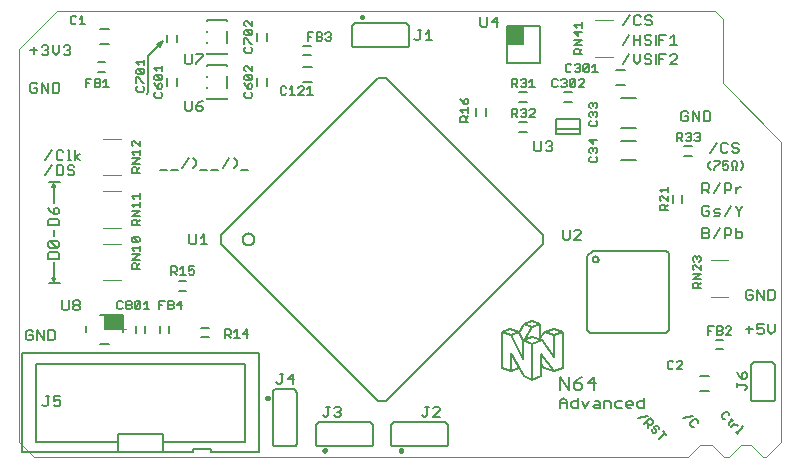
<source format=gto>
G75*
%MOIN*%
%OFA0B0*%
%FSLAX25Y25*%
%IPPOS*%
%LPD*%
%AMOC8*
5,1,8,0,0,1.08239X$1,22.5*
%
%ADD10C,0.00000*%
%ADD11C,0.00600*%
%ADD12C,0.00500*%
%ADD13C,0.00800*%
%ADD14C,0.01200*%
%ADD15C,0.00787*%
%ADD16C,0.00400*%
D10*
X0003100Y0006842D02*
X0008100Y0001842D01*
X0226100Y0001842D01*
X0230100Y0005842D01*
X0234100Y0005842D01*
X0238100Y0001842D01*
X0239600Y0001842D01*
X0243600Y0005842D01*
X0247100Y0005842D01*
X0251100Y0001842D01*
X0252100Y0001842D01*
X0257100Y0006842D01*
X0257100Y0106842D01*
X0237600Y0126342D01*
X0237600Y0147842D01*
X0235100Y0150342D01*
X0015600Y0150342D01*
X0003100Y0137842D01*
X0003100Y0006842D01*
X0037899Y0044342D02*
X0038883Y0044342D01*
D11*
X0042038Y0043092D02*
X0042038Y0045592D01*
X0045162Y0045592D02*
X0045162Y0043092D01*
X0050037Y0043092D02*
X0050037Y0045592D01*
X0053162Y0045592D02*
X0053162Y0043092D01*
X0063850Y0041780D02*
X0066350Y0041780D01*
X0066350Y0044905D02*
X0063850Y0044905D01*
X0058850Y0057280D02*
X0056350Y0057280D01*
X0056350Y0060405D02*
X0058850Y0060405D01*
X0060467Y0072642D02*
X0061601Y0072642D01*
X0062169Y0073210D01*
X0062169Y0076045D01*
X0063583Y0074911D02*
X0064717Y0076045D01*
X0064717Y0072642D01*
X0063583Y0072642D02*
X0065852Y0072642D01*
X0060467Y0072642D02*
X0059900Y0073210D01*
X0059900Y0076045D01*
X0063558Y0097575D02*
X0065827Y0097575D01*
X0067242Y0097575D02*
X0069510Y0097575D01*
X0070925Y0098142D02*
X0073193Y0101545D01*
X0074608Y0101545D02*
X0075742Y0100411D01*
X0075742Y0099277D01*
X0074608Y0098142D01*
X0077063Y0097575D02*
X0079332Y0097575D01*
X0062237Y0099277D02*
X0061103Y0098142D01*
X0062237Y0099277D02*
X0062237Y0100411D01*
X0061103Y0101545D01*
X0059688Y0101545D02*
X0057420Y0098142D01*
X0056005Y0097575D02*
X0053737Y0097575D01*
X0052322Y0097575D02*
X0050054Y0097575D01*
X0023423Y0100642D02*
X0021722Y0101777D01*
X0023423Y0102911D01*
X0021722Y0104045D02*
X0021722Y0100642D01*
X0020401Y0100642D02*
X0019266Y0100642D01*
X0019833Y0100642D02*
X0019833Y0104045D01*
X0019266Y0104045D01*
X0017852Y0103478D02*
X0017285Y0104045D01*
X0016150Y0104045D01*
X0015583Y0103478D01*
X0015583Y0101210D01*
X0016150Y0100642D01*
X0017285Y0100642D01*
X0017852Y0101210D01*
X0017285Y0099045D02*
X0015583Y0099045D01*
X0015583Y0095642D01*
X0017285Y0095642D01*
X0017852Y0096210D01*
X0017852Y0098478D01*
X0017285Y0099045D01*
X0019266Y0098478D02*
X0019266Y0097911D01*
X0019833Y0097344D01*
X0020968Y0097344D01*
X0021535Y0096777D01*
X0021535Y0096210D01*
X0020968Y0095642D01*
X0019833Y0095642D01*
X0019266Y0096210D01*
X0019266Y0098478D02*
X0019833Y0099045D01*
X0020968Y0099045D01*
X0021535Y0098478D01*
X0014169Y0099045D02*
X0011900Y0095642D01*
X0013100Y0093342D02*
X0016600Y0093342D01*
X0014600Y0092842D02*
X0015100Y0091842D01*
X0014100Y0091842D02*
X0014600Y0092842D01*
X0014600Y0086342D01*
X0015166Y0084936D02*
X0014599Y0084369D01*
X0014599Y0082667D01*
X0015733Y0082667D01*
X0016300Y0083234D01*
X0016300Y0084369D01*
X0015733Y0084936D01*
X0015166Y0084936D01*
X0013464Y0083801D02*
X0014599Y0082667D01*
X0013464Y0083801D02*
X0012897Y0084936D01*
X0013464Y0081253D02*
X0012897Y0080685D01*
X0012897Y0078984D01*
X0016300Y0078984D01*
X0016300Y0080685D01*
X0015733Y0081253D01*
X0013464Y0081253D01*
X0014599Y0077570D02*
X0014599Y0075301D01*
X0015733Y0073886D02*
X0016300Y0073319D01*
X0016300Y0072185D01*
X0015733Y0071618D01*
X0013464Y0073886D01*
X0015733Y0073886D01*
X0013464Y0073886D02*
X0012897Y0073319D01*
X0012897Y0072185D01*
X0013464Y0071618D01*
X0015733Y0071618D01*
X0015733Y0070203D02*
X0013464Y0070203D01*
X0012897Y0069636D01*
X0012897Y0067935D01*
X0016300Y0067935D01*
X0016300Y0069636D01*
X0015733Y0070203D01*
X0014600Y0066842D02*
X0014600Y0060342D01*
X0014100Y0061342D01*
X0015100Y0061342D02*
X0014600Y0060342D01*
X0013100Y0059842D02*
X0016600Y0059842D01*
X0017400Y0054045D02*
X0017400Y0051210D01*
X0017967Y0050642D01*
X0019101Y0050642D01*
X0019669Y0051210D01*
X0019669Y0054045D01*
X0021083Y0053478D02*
X0021083Y0052911D01*
X0021650Y0052344D01*
X0022785Y0052344D01*
X0023352Y0051777D01*
X0023352Y0051210D01*
X0022785Y0050642D01*
X0021650Y0050642D01*
X0021083Y0051210D01*
X0021083Y0051777D01*
X0021650Y0052344D01*
X0022785Y0052344D02*
X0023352Y0052911D01*
X0023352Y0053478D01*
X0022785Y0054045D01*
X0021650Y0054045D01*
X0021083Y0053478D01*
X0014468Y0044045D02*
X0012766Y0044045D01*
X0012766Y0040642D01*
X0014468Y0040642D01*
X0015035Y0041210D01*
X0015035Y0043478D01*
X0014468Y0044045D01*
X0011352Y0044045D02*
X0011352Y0040642D01*
X0009083Y0044045D01*
X0009083Y0040642D01*
X0007669Y0041210D02*
X0007669Y0042344D01*
X0006534Y0042344D01*
X0005400Y0043478D02*
X0005400Y0041210D01*
X0005967Y0040642D01*
X0007101Y0040642D01*
X0007669Y0041210D01*
X0007669Y0043478D02*
X0007101Y0044045D01*
X0005967Y0044045D01*
X0005400Y0043478D01*
X0012034Y0022045D02*
X0013169Y0022045D01*
X0012601Y0022045D02*
X0012601Y0019210D01*
X0012034Y0018642D01*
X0011467Y0018642D01*
X0010900Y0019210D01*
X0014583Y0019210D02*
X0015150Y0018642D01*
X0016285Y0018642D01*
X0016852Y0019210D01*
X0016852Y0020344D01*
X0016285Y0020911D01*
X0015717Y0020911D01*
X0014583Y0020344D01*
X0014583Y0022045D01*
X0016852Y0022045D01*
X0087600Y0023342D02*
X0087600Y0006342D01*
X0087602Y0006282D01*
X0087607Y0006221D01*
X0087616Y0006162D01*
X0087629Y0006103D01*
X0087645Y0006044D01*
X0087665Y0005987D01*
X0087688Y0005932D01*
X0087715Y0005877D01*
X0087744Y0005825D01*
X0087777Y0005774D01*
X0087813Y0005725D01*
X0087851Y0005679D01*
X0087893Y0005635D01*
X0087937Y0005593D01*
X0087983Y0005555D01*
X0088032Y0005519D01*
X0088083Y0005486D01*
X0088135Y0005457D01*
X0088190Y0005430D01*
X0088245Y0005407D01*
X0088302Y0005387D01*
X0088361Y0005371D01*
X0088420Y0005358D01*
X0088479Y0005349D01*
X0088540Y0005344D01*
X0088600Y0005342D01*
X0094600Y0005342D01*
X0094660Y0005344D01*
X0094721Y0005349D01*
X0094780Y0005358D01*
X0094839Y0005371D01*
X0094898Y0005387D01*
X0094955Y0005407D01*
X0095010Y0005430D01*
X0095065Y0005457D01*
X0095117Y0005486D01*
X0095168Y0005519D01*
X0095217Y0005555D01*
X0095263Y0005593D01*
X0095307Y0005635D01*
X0095349Y0005679D01*
X0095387Y0005725D01*
X0095423Y0005774D01*
X0095456Y0005825D01*
X0095485Y0005877D01*
X0095512Y0005932D01*
X0095535Y0005987D01*
X0095555Y0006044D01*
X0095571Y0006103D01*
X0095584Y0006162D01*
X0095593Y0006221D01*
X0095598Y0006282D01*
X0095600Y0006342D01*
X0095600Y0023342D01*
X0095598Y0023402D01*
X0095593Y0023463D01*
X0095584Y0023522D01*
X0095571Y0023581D01*
X0095555Y0023640D01*
X0095535Y0023697D01*
X0095512Y0023752D01*
X0095485Y0023807D01*
X0095456Y0023859D01*
X0095423Y0023910D01*
X0095387Y0023959D01*
X0095349Y0024005D01*
X0095307Y0024049D01*
X0095263Y0024091D01*
X0095217Y0024129D01*
X0095168Y0024165D01*
X0095117Y0024198D01*
X0095065Y0024227D01*
X0095010Y0024254D01*
X0094955Y0024277D01*
X0094898Y0024297D01*
X0094839Y0024313D01*
X0094780Y0024326D01*
X0094721Y0024335D01*
X0094660Y0024340D01*
X0094600Y0024342D01*
X0088600Y0024342D01*
X0088540Y0024340D01*
X0088479Y0024335D01*
X0088420Y0024326D01*
X0088361Y0024313D01*
X0088302Y0024297D01*
X0088245Y0024277D01*
X0088190Y0024254D01*
X0088135Y0024227D01*
X0088083Y0024198D01*
X0088032Y0024165D01*
X0087983Y0024129D01*
X0087937Y0024091D01*
X0087893Y0024049D01*
X0087851Y0024005D01*
X0087813Y0023959D01*
X0087777Y0023910D01*
X0087744Y0023859D01*
X0087715Y0023807D01*
X0087688Y0023752D01*
X0087665Y0023697D01*
X0087645Y0023640D01*
X0087629Y0023581D01*
X0087616Y0023522D01*
X0087607Y0023463D01*
X0087602Y0023402D01*
X0087600Y0023342D01*
X0089467Y0026142D02*
X0090034Y0026142D01*
X0090601Y0026710D01*
X0090601Y0029545D01*
X0090034Y0029545D02*
X0091169Y0029545D01*
X0092583Y0027844D02*
X0094852Y0027844D01*
X0094285Y0026142D02*
X0094285Y0029545D01*
X0092583Y0027844D01*
X0089467Y0026142D02*
X0088900Y0026710D01*
X0105534Y0018545D02*
X0106669Y0018545D01*
X0106101Y0018545D02*
X0106101Y0015710D01*
X0105534Y0015142D01*
X0104967Y0015142D01*
X0104400Y0015710D01*
X0103100Y0013342D02*
X0120100Y0013342D01*
X0120160Y0013340D01*
X0120221Y0013335D01*
X0120280Y0013326D01*
X0120339Y0013313D01*
X0120398Y0013297D01*
X0120455Y0013277D01*
X0120510Y0013254D01*
X0120565Y0013227D01*
X0120617Y0013198D01*
X0120668Y0013165D01*
X0120717Y0013129D01*
X0120763Y0013091D01*
X0120807Y0013049D01*
X0120849Y0013005D01*
X0120887Y0012959D01*
X0120923Y0012910D01*
X0120956Y0012859D01*
X0120985Y0012807D01*
X0121012Y0012752D01*
X0121035Y0012697D01*
X0121055Y0012640D01*
X0121071Y0012581D01*
X0121084Y0012522D01*
X0121093Y0012463D01*
X0121098Y0012402D01*
X0121100Y0012342D01*
X0121100Y0006342D01*
X0121098Y0006282D01*
X0121093Y0006221D01*
X0121084Y0006162D01*
X0121071Y0006103D01*
X0121055Y0006044D01*
X0121035Y0005987D01*
X0121012Y0005932D01*
X0120985Y0005877D01*
X0120956Y0005825D01*
X0120923Y0005774D01*
X0120887Y0005725D01*
X0120849Y0005679D01*
X0120807Y0005635D01*
X0120763Y0005593D01*
X0120717Y0005555D01*
X0120668Y0005519D01*
X0120617Y0005486D01*
X0120565Y0005457D01*
X0120510Y0005430D01*
X0120455Y0005407D01*
X0120398Y0005387D01*
X0120339Y0005371D01*
X0120280Y0005358D01*
X0120221Y0005349D01*
X0120160Y0005344D01*
X0120100Y0005342D01*
X0103100Y0005342D01*
X0103040Y0005344D01*
X0102979Y0005349D01*
X0102920Y0005358D01*
X0102861Y0005371D01*
X0102802Y0005387D01*
X0102745Y0005407D01*
X0102690Y0005430D01*
X0102635Y0005457D01*
X0102583Y0005486D01*
X0102532Y0005519D01*
X0102483Y0005555D01*
X0102437Y0005593D01*
X0102393Y0005635D01*
X0102351Y0005679D01*
X0102313Y0005725D01*
X0102277Y0005774D01*
X0102244Y0005825D01*
X0102215Y0005877D01*
X0102188Y0005932D01*
X0102165Y0005987D01*
X0102145Y0006044D01*
X0102129Y0006103D01*
X0102116Y0006162D01*
X0102107Y0006221D01*
X0102102Y0006282D01*
X0102100Y0006342D01*
X0102100Y0012342D01*
X0102102Y0012402D01*
X0102107Y0012463D01*
X0102116Y0012522D01*
X0102129Y0012581D01*
X0102145Y0012640D01*
X0102165Y0012697D01*
X0102188Y0012752D01*
X0102215Y0012807D01*
X0102244Y0012859D01*
X0102277Y0012910D01*
X0102313Y0012959D01*
X0102351Y0013005D01*
X0102393Y0013049D01*
X0102437Y0013091D01*
X0102483Y0013129D01*
X0102532Y0013165D01*
X0102583Y0013198D01*
X0102635Y0013227D01*
X0102690Y0013254D01*
X0102745Y0013277D01*
X0102802Y0013297D01*
X0102861Y0013313D01*
X0102920Y0013326D01*
X0102979Y0013335D01*
X0103040Y0013340D01*
X0103100Y0013342D01*
X0108083Y0015710D02*
X0108650Y0015142D01*
X0109785Y0015142D01*
X0110352Y0015710D01*
X0110352Y0016277D01*
X0109785Y0016844D01*
X0109217Y0016844D01*
X0109785Y0016844D02*
X0110352Y0017411D01*
X0110352Y0017978D01*
X0109785Y0018545D01*
X0108650Y0018545D01*
X0108083Y0017978D01*
X0127100Y0012342D02*
X0127100Y0006342D01*
X0127102Y0006282D01*
X0127107Y0006221D01*
X0127116Y0006162D01*
X0127129Y0006103D01*
X0127145Y0006044D01*
X0127165Y0005987D01*
X0127188Y0005932D01*
X0127215Y0005877D01*
X0127244Y0005825D01*
X0127277Y0005774D01*
X0127313Y0005725D01*
X0127351Y0005679D01*
X0127393Y0005635D01*
X0127437Y0005593D01*
X0127483Y0005555D01*
X0127532Y0005519D01*
X0127583Y0005486D01*
X0127635Y0005457D01*
X0127690Y0005430D01*
X0127745Y0005407D01*
X0127802Y0005387D01*
X0127861Y0005371D01*
X0127920Y0005358D01*
X0127979Y0005349D01*
X0128040Y0005344D01*
X0128100Y0005342D01*
X0145100Y0005342D01*
X0145160Y0005344D01*
X0145221Y0005349D01*
X0145280Y0005358D01*
X0145339Y0005371D01*
X0145398Y0005387D01*
X0145455Y0005407D01*
X0145510Y0005430D01*
X0145565Y0005457D01*
X0145617Y0005486D01*
X0145668Y0005519D01*
X0145717Y0005555D01*
X0145763Y0005593D01*
X0145807Y0005635D01*
X0145849Y0005679D01*
X0145887Y0005725D01*
X0145923Y0005774D01*
X0145956Y0005825D01*
X0145985Y0005877D01*
X0146012Y0005932D01*
X0146035Y0005987D01*
X0146055Y0006044D01*
X0146071Y0006103D01*
X0146084Y0006162D01*
X0146093Y0006221D01*
X0146098Y0006282D01*
X0146100Y0006342D01*
X0146100Y0012342D01*
X0146098Y0012402D01*
X0146093Y0012463D01*
X0146084Y0012522D01*
X0146071Y0012581D01*
X0146055Y0012640D01*
X0146035Y0012697D01*
X0146012Y0012752D01*
X0145985Y0012807D01*
X0145956Y0012859D01*
X0145923Y0012910D01*
X0145887Y0012959D01*
X0145849Y0013005D01*
X0145807Y0013049D01*
X0145763Y0013091D01*
X0145717Y0013129D01*
X0145668Y0013165D01*
X0145617Y0013198D01*
X0145565Y0013227D01*
X0145510Y0013254D01*
X0145455Y0013277D01*
X0145398Y0013297D01*
X0145339Y0013313D01*
X0145280Y0013326D01*
X0145221Y0013335D01*
X0145160Y0013340D01*
X0145100Y0013342D01*
X0128100Y0013342D01*
X0128040Y0013340D01*
X0127979Y0013335D01*
X0127920Y0013326D01*
X0127861Y0013313D01*
X0127802Y0013297D01*
X0127745Y0013277D01*
X0127690Y0013254D01*
X0127635Y0013227D01*
X0127583Y0013198D01*
X0127532Y0013165D01*
X0127483Y0013129D01*
X0127437Y0013091D01*
X0127393Y0013049D01*
X0127351Y0013005D01*
X0127313Y0012959D01*
X0127277Y0012910D01*
X0127244Y0012859D01*
X0127215Y0012807D01*
X0127188Y0012752D01*
X0127165Y0012697D01*
X0127145Y0012640D01*
X0127129Y0012581D01*
X0127116Y0012522D01*
X0127107Y0012463D01*
X0127102Y0012402D01*
X0127100Y0012342D01*
X0137400Y0015710D02*
X0137967Y0015142D01*
X0138534Y0015142D01*
X0139101Y0015710D01*
X0139101Y0018545D01*
X0138534Y0018545D02*
X0139669Y0018545D01*
X0141083Y0017978D02*
X0141650Y0018545D01*
X0142785Y0018545D01*
X0143352Y0017978D01*
X0143352Y0017411D01*
X0141083Y0015142D01*
X0143352Y0015142D01*
X0183400Y0018142D02*
X0183400Y0020411D01*
X0184534Y0021545D01*
X0185669Y0020411D01*
X0185669Y0018142D01*
X0187083Y0018710D02*
X0187083Y0019844D01*
X0187650Y0020411D01*
X0189352Y0020411D01*
X0189352Y0021545D02*
X0189352Y0018142D01*
X0187650Y0018142D01*
X0187083Y0018710D01*
X0185669Y0019844D02*
X0183400Y0019844D01*
X0190766Y0020411D02*
X0191901Y0018142D01*
X0193035Y0020411D01*
X0195017Y0020411D02*
X0196151Y0020411D01*
X0196718Y0019844D01*
X0196718Y0018142D01*
X0195017Y0018142D01*
X0194449Y0018710D01*
X0195017Y0019277D01*
X0196718Y0019277D01*
X0198133Y0018142D02*
X0198133Y0020411D01*
X0199834Y0020411D01*
X0200401Y0019844D01*
X0200401Y0018142D01*
X0201816Y0018710D02*
X0202383Y0018142D01*
X0204084Y0018142D01*
X0205499Y0018710D02*
X0205499Y0019844D01*
X0206066Y0020411D01*
X0207200Y0020411D01*
X0207767Y0019844D01*
X0207767Y0019277D01*
X0205499Y0019277D01*
X0205499Y0018710D02*
X0206066Y0018142D01*
X0207200Y0018142D01*
X0209182Y0018710D02*
X0209182Y0019844D01*
X0209749Y0020411D01*
X0211451Y0020411D01*
X0211451Y0021545D02*
X0211451Y0018142D01*
X0209749Y0018142D01*
X0209182Y0018710D01*
X0204084Y0020411D02*
X0202383Y0020411D01*
X0201816Y0019844D01*
X0201816Y0018710D01*
X0230100Y0023842D02*
X0233100Y0023842D01*
X0233100Y0028842D02*
X0230100Y0028842D01*
X0242397Y0030094D02*
X0242964Y0028960D01*
X0244099Y0027826D01*
X0244099Y0029527D01*
X0244666Y0030094D01*
X0245233Y0030094D01*
X0245800Y0029527D01*
X0245800Y0028393D01*
X0245233Y0027826D01*
X0244099Y0027826D01*
X0242397Y0026411D02*
X0242397Y0025277D01*
X0242397Y0025844D02*
X0245233Y0025844D01*
X0245800Y0025277D01*
X0245800Y0024710D01*
X0245233Y0024142D01*
X0247100Y0021342D02*
X0247100Y0032342D01*
X0247102Y0032402D01*
X0247107Y0032463D01*
X0247116Y0032522D01*
X0247129Y0032581D01*
X0247145Y0032640D01*
X0247165Y0032697D01*
X0247188Y0032752D01*
X0247215Y0032807D01*
X0247244Y0032859D01*
X0247277Y0032910D01*
X0247313Y0032959D01*
X0247351Y0033005D01*
X0247393Y0033049D01*
X0247437Y0033091D01*
X0247483Y0033129D01*
X0247532Y0033165D01*
X0247583Y0033198D01*
X0247635Y0033227D01*
X0247690Y0033254D01*
X0247745Y0033277D01*
X0247802Y0033297D01*
X0247861Y0033313D01*
X0247920Y0033326D01*
X0247979Y0033335D01*
X0248040Y0033340D01*
X0248100Y0033342D01*
X0254100Y0033342D01*
X0254160Y0033340D01*
X0254221Y0033335D01*
X0254280Y0033326D01*
X0254339Y0033313D01*
X0254398Y0033297D01*
X0254455Y0033277D01*
X0254510Y0033254D01*
X0254565Y0033227D01*
X0254617Y0033198D01*
X0254668Y0033165D01*
X0254717Y0033129D01*
X0254763Y0033091D01*
X0254807Y0033049D01*
X0254849Y0033005D01*
X0254887Y0032959D01*
X0254923Y0032910D01*
X0254956Y0032859D01*
X0254985Y0032807D01*
X0255012Y0032752D01*
X0255035Y0032697D01*
X0255055Y0032640D01*
X0255071Y0032581D01*
X0255084Y0032522D01*
X0255093Y0032463D01*
X0255098Y0032402D01*
X0255100Y0032342D01*
X0255100Y0021342D01*
X0255098Y0021282D01*
X0255093Y0021221D01*
X0255084Y0021162D01*
X0255071Y0021103D01*
X0255055Y0021044D01*
X0255035Y0020987D01*
X0255012Y0020932D01*
X0254985Y0020877D01*
X0254956Y0020825D01*
X0254923Y0020774D01*
X0254887Y0020725D01*
X0254849Y0020679D01*
X0254807Y0020635D01*
X0254763Y0020593D01*
X0254717Y0020555D01*
X0254668Y0020519D01*
X0254617Y0020486D01*
X0254565Y0020457D01*
X0254510Y0020430D01*
X0254455Y0020407D01*
X0254398Y0020387D01*
X0254339Y0020371D01*
X0254280Y0020358D01*
X0254221Y0020349D01*
X0254160Y0020344D01*
X0254100Y0020342D01*
X0248100Y0020342D01*
X0248040Y0020344D01*
X0247979Y0020349D01*
X0247920Y0020358D01*
X0247861Y0020371D01*
X0247802Y0020387D01*
X0247745Y0020407D01*
X0247690Y0020430D01*
X0247635Y0020457D01*
X0247583Y0020486D01*
X0247532Y0020519D01*
X0247483Y0020555D01*
X0247437Y0020593D01*
X0247393Y0020635D01*
X0247351Y0020679D01*
X0247313Y0020725D01*
X0247277Y0020774D01*
X0247244Y0020825D01*
X0247215Y0020877D01*
X0247188Y0020932D01*
X0247165Y0020987D01*
X0247145Y0021044D01*
X0247129Y0021103D01*
X0247116Y0021162D01*
X0247107Y0021221D01*
X0247102Y0021282D01*
X0247100Y0021342D01*
X0237850Y0037780D02*
X0235350Y0037780D01*
X0235350Y0040905D02*
X0237850Y0040905D01*
X0245400Y0044344D02*
X0247669Y0044344D01*
X0249083Y0044344D02*
X0250217Y0044911D01*
X0250785Y0044911D01*
X0251352Y0044344D01*
X0251352Y0043210D01*
X0250785Y0042642D01*
X0249650Y0042642D01*
X0249083Y0043210D01*
X0249083Y0044344D02*
X0249083Y0046045D01*
X0251352Y0046045D01*
X0252766Y0046045D02*
X0252766Y0043777D01*
X0253901Y0042642D01*
X0255035Y0043777D01*
X0255035Y0046045D01*
X0246534Y0045478D02*
X0246534Y0043210D01*
X0245967Y0054142D02*
X0247101Y0054142D01*
X0247669Y0054710D01*
X0247669Y0055844D01*
X0246534Y0055844D01*
X0245400Y0056978D02*
X0245400Y0054710D01*
X0245967Y0054142D01*
X0249083Y0054142D02*
X0249083Y0057545D01*
X0251352Y0054142D01*
X0251352Y0057545D01*
X0252766Y0057545D02*
X0254468Y0057545D01*
X0255035Y0056978D01*
X0255035Y0054710D01*
X0254468Y0054142D01*
X0252766Y0054142D01*
X0252766Y0057545D01*
X0247669Y0056978D02*
X0247101Y0057545D01*
X0245967Y0057545D01*
X0245400Y0056978D01*
X0219880Y0069638D02*
X0219880Y0044047D01*
X0218895Y0043063D01*
X0193305Y0043063D01*
X0192320Y0044047D01*
X0192320Y0068654D01*
X0194289Y0070622D01*
X0218895Y0070622D01*
X0219880Y0069638D01*
X0230900Y0074642D02*
X0232601Y0074642D01*
X0233169Y0075210D01*
X0233169Y0075777D01*
X0232601Y0076344D01*
X0230900Y0076344D01*
X0230900Y0078045D02*
X0230900Y0074642D01*
X0232601Y0076344D02*
X0233169Y0076911D01*
X0233169Y0077478D01*
X0232601Y0078045D01*
X0230900Y0078045D01*
X0234583Y0074642D02*
X0236852Y0078045D01*
X0238266Y0078045D02*
X0239968Y0078045D01*
X0240535Y0077478D01*
X0240535Y0076344D01*
X0239968Y0075777D01*
X0238266Y0075777D01*
X0238266Y0074642D02*
X0238266Y0078045D01*
X0241949Y0078045D02*
X0241949Y0074642D01*
X0243651Y0074642D01*
X0244218Y0075210D01*
X0244218Y0076344D01*
X0243651Y0076911D01*
X0241949Y0076911D01*
X0243084Y0082142D02*
X0243084Y0083844D01*
X0244218Y0084978D01*
X0244218Y0085545D01*
X0243084Y0083844D02*
X0241949Y0084978D01*
X0241949Y0085545D01*
X0240535Y0085545D02*
X0238266Y0082142D01*
X0236852Y0082710D02*
X0236285Y0083277D01*
X0235150Y0083277D01*
X0234583Y0083844D01*
X0235150Y0084411D01*
X0236852Y0084411D01*
X0233169Y0083844D02*
X0232034Y0083844D01*
X0233169Y0083844D02*
X0233169Y0082710D01*
X0232601Y0082142D01*
X0231467Y0082142D01*
X0230900Y0082710D01*
X0230900Y0084978D01*
X0231467Y0085545D01*
X0232601Y0085545D01*
X0233169Y0084978D01*
X0234583Y0082142D02*
X0236285Y0082142D01*
X0236852Y0082710D01*
X0224162Y0086592D02*
X0224162Y0089092D01*
X0221037Y0089092D02*
X0221037Y0086592D01*
X0230900Y0089642D02*
X0230900Y0093045D01*
X0232601Y0093045D01*
X0233169Y0092478D01*
X0233169Y0091344D01*
X0232601Y0090777D01*
X0230900Y0090777D01*
X0232034Y0090777D02*
X0233169Y0089642D01*
X0234583Y0089642D02*
X0236852Y0093045D01*
X0238266Y0093045D02*
X0239968Y0093045D01*
X0240535Y0092478D01*
X0240535Y0091344D01*
X0239968Y0090777D01*
X0238266Y0090777D01*
X0238266Y0089642D02*
X0238266Y0093045D01*
X0241949Y0091911D02*
X0241949Y0089642D01*
X0241949Y0090777D02*
X0243084Y0091911D01*
X0243651Y0091911D01*
X0227350Y0102280D02*
X0224850Y0102280D01*
X0224850Y0105405D02*
X0227350Y0105405D01*
X0233400Y0103142D02*
X0235669Y0106545D01*
X0237083Y0105978D02*
X0237083Y0103710D01*
X0237650Y0103142D01*
X0238785Y0103142D01*
X0239352Y0103710D01*
X0240766Y0103710D02*
X0241333Y0103142D01*
X0242468Y0103142D01*
X0243035Y0103710D01*
X0243035Y0104277D01*
X0242468Y0104844D01*
X0241333Y0104844D01*
X0240766Y0105411D01*
X0240766Y0105978D01*
X0241333Y0106545D01*
X0242468Y0106545D01*
X0243035Y0105978D01*
X0239352Y0105978D02*
X0238785Y0106545D01*
X0237650Y0106545D01*
X0237083Y0105978D01*
X0232968Y0113642D02*
X0231266Y0113642D01*
X0231266Y0117045D01*
X0232968Y0117045D01*
X0233535Y0116478D01*
X0233535Y0114210D01*
X0232968Y0113642D01*
X0229852Y0113642D02*
X0229852Y0117045D01*
X0227583Y0117045D02*
X0229852Y0113642D01*
X0227583Y0113642D02*
X0227583Y0117045D01*
X0226169Y0116478D02*
X0225601Y0117045D01*
X0224467Y0117045D01*
X0223900Y0116478D01*
X0223900Y0114210D01*
X0224467Y0113642D01*
X0225601Y0113642D01*
X0226169Y0114210D01*
X0226169Y0115344D01*
X0225034Y0115344D01*
X0208600Y0111342D02*
X0203600Y0111342D01*
X0203600Y0106967D02*
X0208600Y0106967D01*
X0208600Y0100717D02*
X0203600Y0100717D01*
X0190037Y0109382D02*
X0182163Y0109382D01*
X0182163Y0110974D01*
X0190037Y0110974D01*
X0190037Y0109382D01*
X0190037Y0110974D02*
X0190037Y0114303D01*
X0182163Y0114303D01*
X0182163Y0110974D01*
X0180285Y0107045D02*
X0180852Y0106478D01*
X0180852Y0105911D01*
X0180285Y0105344D01*
X0180852Y0104777D01*
X0180852Y0104210D01*
X0180285Y0103642D01*
X0179150Y0103642D01*
X0178583Y0104210D01*
X0177169Y0104210D02*
X0177169Y0107045D01*
X0178583Y0106478D02*
X0179150Y0107045D01*
X0180285Y0107045D01*
X0180285Y0105344D02*
X0179717Y0105344D01*
X0177169Y0104210D02*
X0176601Y0103642D01*
X0175467Y0103642D01*
X0174900Y0104210D01*
X0174900Y0107045D01*
X0172350Y0110280D02*
X0169850Y0110280D01*
X0169850Y0113405D02*
X0172350Y0113405D01*
X0172350Y0120280D02*
X0169850Y0120280D01*
X0169850Y0123405D02*
X0172350Y0123405D01*
X0184850Y0123405D02*
X0187350Y0123405D01*
X0187350Y0120280D02*
X0184850Y0120280D01*
X0202100Y0125842D02*
X0205100Y0125842D01*
X0203600Y0121342D02*
X0208600Y0121342D01*
X0205100Y0130842D02*
X0202100Y0130842D01*
X0204257Y0132642D02*
X0206525Y0136045D01*
X0207940Y0136045D02*
X0207940Y0133777D01*
X0209074Y0132642D01*
X0210208Y0133777D01*
X0210208Y0136045D01*
X0211623Y0135478D02*
X0211623Y0134911D01*
X0212190Y0134344D01*
X0213324Y0134344D01*
X0213891Y0133777D01*
X0213891Y0133210D01*
X0213324Y0132642D01*
X0212190Y0132642D01*
X0211623Y0133210D01*
X0215306Y0132642D02*
X0215306Y0136045D01*
X0216534Y0136045D02*
X0218802Y0136045D01*
X0220217Y0135478D02*
X0220784Y0136045D01*
X0221918Y0136045D01*
X0222485Y0135478D01*
X0222485Y0134911D01*
X0220217Y0132642D01*
X0222485Y0132642D01*
X0217668Y0134344D02*
X0216534Y0134344D01*
X0216534Y0136045D02*
X0216534Y0132642D01*
X0213891Y0135478D02*
X0213324Y0136045D01*
X0212190Y0136045D01*
X0211623Y0135478D01*
X0212190Y0139142D02*
X0211623Y0139710D01*
X0212190Y0139142D02*
X0213324Y0139142D01*
X0213891Y0139710D01*
X0213891Y0140277D01*
X0213324Y0140844D01*
X0212190Y0140844D01*
X0211623Y0141411D01*
X0211623Y0141978D01*
X0212190Y0142545D01*
X0213324Y0142545D01*
X0213891Y0141978D01*
X0215306Y0142545D02*
X0215306Y0139142D01*
X0216534Y0139142D02*
X0216534Y0142545D01*
X0218802Y0142545D01*
X0220217Y0141411D02*
X0221351Y0142545D01*
X0221351Y0139142D01*
X0220217Y0139142D02*
X0222485Y0139142D01*
X0217668Y0140844D02*
X0216534Y0140844D01*
X0213418Y0145642D02*
X0212284Y0145642D01*
X0211717Y0146210D01*
X0212284Y0147344D02*
X0213418Y0147344D01*
X0213985Y0146777D01*
X0213985Y0146210D01*
X0213418Y0145642D01*
X0212284Y0147344D02*
X0211717Y0147911D01*
X0211717Y0148478D01*
X0212284Y0149045D01*
X0213418Y0149045D01*
X0213985Y0148478D01*
X0210302Y0148478D02*
X0209735Y0149045D01*
X0208601Y0149045D01*
X0208034Y0148478D01*
X0208034Y0146210D01*
X0208601Y0145642D01*
X0209735Y0145642D01*
X0210302Y0146210D01*
X0206619Y0149045D02*
X0204351Y0145642D01*
X0206525Y0142545D02*
X0204257Y0139142D01*
X0207940Y0139142D02*
X0207940Y0142545D01*
X0207940Y0140844D02*
X0210208Y0140844D01*
X0210208Y0142545D02*
X0210208Y0139142D01*
X0162852Y0146844D02*
X0160583Y0146844D01*
X0162285Y0148545D01*
X0162285Y0145142D01*
X0159169Y0145710D02*
X0159169Y0148545D01*
X0156900Y0148545D02*
X0156900Y0145710D01*
X0157467Y0145142D01*
X0158601Y0145142D01*
X0159169Y0145710D01*
X0140852Y0140642D02*
X0138583Y0140642D01*
X0139717Y0140642D02*
X0139717Y0144045D01*
X0138583Y0142911D01*
X0137169Y0144045D02*
X0136034Y0144045D01*
X0136601Y0144045D02*
X0136601Y0141210D01*
X0136034Y0140642D01*
X0135467Y0140642D01*
X0134900Y0141210D01*
X0133100Y0139342D02*
X0133100Y0145342D01*
X0133098Y0145402D01*
X0133093Y0145463D01*
X0133084Y0145522D01*
X0133071Y0145581D01*
X0133055Y0145640D01*
X0133035Y0145697D01*
X0133012Y0145752D01*
X0132985Y0145807D01*
X0132956Y0145859D01*
X0132923Y0145910D01*
X0132887Y0145959D01*
X0132849Y0146005D01*
X0132807Y0146049D01*
X0132763Y0146091D01*
X0132717Y0146129D01*
X0132668Y0146165D01*
X0132617Y0146198D01*
X0132565Y0146227D01*
X0132510Y0146254D01*
X0132455Y0146277D01*
X0132398Y0146297D01*
X0132339Y0146313D01*
X0132280Y0146326D01*
X0132221Y0146335D01*
X0132160Y0146340D01*
X0132100Y0146342D01*
X0115100Y0146342D01*
X0115040Y0146340D01*
X0114979Y0146335D01*
X0114920Y0146326D01*
X0114861Y0146313D01*
X0114802Y0146297D01*
X0114745Y0146277D01*
X0114690Y0146254D01*
X0114635Y0146227D01*
X0114583Y0146198D01*
X0114532Y0146165D01*
X0114483Y0146129D01*
X0114437Y0146091D01*
X0114393Y0146049D01*
X0114351Y0146005D01*
X0114313Y0145959D01*
X0114277Y0145910D01*
X0114244Y0145859D01*
X0114215Y0145807D01*
X0114188Y0145752D01*
X0114165Y0145697D01*
X0114145Y0145640D01*
X0114129Y0145581D01*
X0114116Y0145522D01*
X0114107Y0145463D01*
X0114102Y0145402D01*
X0114100Y0145342D01*
X0114100Y0139342D01*
X0114102Y0139282D01*
X0114107Y0139221D01*
X0114116Y0139162D01*
X0114129Y0139103D01*
X0114145Y0139044D01*
X0114165Y0138987D01*
X0114188Y0138932D01*
X0114215Y0138877D01*
X0114244Y0138825D01*
X0114277Y0138774D01*
X0114313Y0138725D01*
X0114351Y0138679D01*
X0114393Y0138635D01*
X0114437Y0138593D01*
X0114483Y0138555D01*
X0114532Y0138519D01*
X0114583Y0138486D01*
X0114635Y0138457D01*
X0114690Y0138430D01*
X0114745Y0138407D01*
X0114802Y0138387D01*
X0114861Y0138371D01*
X0114920Y0138358D01*
X0114979Y0138349D01*
X0115040Y0138344D01*
X0115100Y0138342D01*
X0132100Y0138342D01*
X0132160Y0138344D01*
X0132221Y0138349D01*
X0132280Y0138358D01*
X0132339Y0138371D01*
X0132398Y0138387D01*
X0132455Y0138407D01*
X0132510Y0138430D01*
X0132565Y0138457D01*
X0132617Y0138486D01*
X0132668Y0138519D01*
X0132717Y0138555D01*
X0132763Y0138593D01*
X0132807Y0138635D01*
X0132849Y0138679D01*
X0132887Y0138725D01*
X0132923Y0138774D01*
X0132956Y0138825D01*
X0132985Y0138877D01*
X0133012Y0138932D01*
X0133035Y0138987D01*
X0133055Y0139044D01*
X0133071Y0139103D01*
X0133084Y0139162D01*
X0133093Y0139221D01*
X0133098Y0139282D01*
X0133100Y0139342D01*
X0100350Y0138905D02*
X0097850Y0138905D01*
X0097850Y0135780D02*
X0100350Y0135780D01*
X0100600Y0131842D02*
X0097600Y0131842D01*
X0097600Y0126842D02*
X0100600Y0126842D01*
X0085663Y0128092D02*
X0085663Y0125592D01*
X0082538Y0125592D02*
X0082538Y0128092D01*
X0072291Y0128899D02*
X0072291Y0124786D01*
X0072291Y0121616D02*
X0072291Y0121242D01*
X0065909Y0121242D01*
X0065909Y0121616D01*
X0064352Y0120545D02*
X0063217Y0119978D01*
X0062083Y0118844D01*
X0063785Y0118844D01*
X0064352Y0118277D01*
X0064352Y0117710D01*
X0063785Y0117142D01*
X0062650Y0117142D01*
X0062083Y0117710D01*
X0062083Y0118844D01*
X0060669Y0117710D02*
X0060101Y0117142D01*
X0058967Y0117142D01*
X0058400Y0117710D01*
X0058400Y0120545D01*
X0060669Y0120545D02*
X0060669Y0117710D01*
X0065909Y0124786D02*
X0065909Y0125159D01*
X0065909Y0128526D02*
X0065909Y0128899D01*
X0065909Y0132069D02*
X0065909Y0132442D01*
X0072291Y0132442D01*
X0072291Y0132069D01*
X0072291Y0136242D02*
X0065909Y0136242D01*
X0065909Y0136616D01*
X0064352Y0136045D02*
X0064352Y0135478D01*
X0062083Y0133210D01*
X0062083Y0132642D01*
X0060669Y0133210D02*
X0060669Y0136045D01*
X0062083Y0136045D02*
X0064352Y0136045D01*
X0060669Y0133210D02*
X0060101Y0132642D01*
X0058967Y0132642D01*
X0058400Y0133210D01*
X0058400Y0136045D01*
X0055662Y0140092D02*
X0055662Y0142592D01*
X0052537Y0142592D02*
X0052537Y0140092D01*
X0051100Y0140342D02*
X0049100Y0139342D01*
X0050100Y0138342D02*
X0051100Y0140342D01*
X0046100Y0135342D01*
X0046100Y0123342D01*
X0045600Y0122842D01*
X0052537Y0125592D02*
X0052537Y0128092D01*
X0055662Y0128092D02*
X0055662Y0125592D01*
X0072291Y0136242D02*
X0072291Y0136616D01*
X0072291Y0139786D02*
X0072291Y0143899D01*
X0072291Y0147069D02*
X0072291Y0147442D01*
X0065909Y0147442D01*
X0065909Y0147069D01*
X0065909Y0143899D02*
X0065909Y0143526D01*
X0065909Y0140159D02*
X0065909Y0139786D01*
X0082538Y0140592D02*
X0082538Y0143092D01*
X0085663Y0143092D02*
X0085663Y0140592D01*
X0033100Y0139342D02*
X0030100Y0139342D01*
X0030100Y0144342D02*
X0033100Y0144342D01*
X0020218Y0138478D02*
X0020218Y0137911D01*
X0019651Y0137344D01*
X0020218Y0136777D01*
X0020218Y0136210D01*
X0019651Y0135642D01*
X0018517Y0135642D01*
X0017949Y0136210D01*
X0016535Y0136777D02*
X0016535Y0139045D01*
X0017949Y0138478D02*
X0018517Y0139045D01*
X0019651Y0139045D01*
X0020218Y0138478D01*
X0019651Y0137344D02*
X0019084Y0137344D01*
X0016535Y0136777D02*
X0015401Y0135642D01*
X0014266Y0136777D01*
X0014266Y0139045D01*
X0012852Y0138478D02*
X0012852Y0137911D01*
X0012285Y0137344D01*
X0012852Y0136777D01*
X0012852Y0136210D01*
X0012285Y0135642D01*
X0011150Y0135642D01*
X0010583Y0136210D01*
X0011717Y0137344D02*
X0012285Y0137344D01*
X0012852Y0138478D02*
X0012285Y0139045D01*
X0011150Y0139045D01*
X0010583Y0138478D01*
X0009169Y0137344D02*
X0006900Y0137344D01*
X0008034Y0138478D02*
X0008034Y0136210D01*
X0007467Y0126545D02*
X0006900Y0125978D01*
X0006900Y0123710D01*
X0007467Y0123142D01*
X0008601Y0123142D01*
X0009169Y0123710D01*
X0009169Y0124844D01*
X0008034Y0124844D01*
X0009169Y0125978D02*
X0008601Y0126545D01*
X0007467Y0126545D01*
X0010583Y0126545D02*
X0012852Y0123142D01*
X0012852Y0126545D01*
X0014266Y0126545D02*
X0015968Y0126545D01*
X0016535Y0125978D01*
X0016535Y0123710D01*
X0015968Y0123142D01*
X0014266Y0123142D01*
X0014266Y0126545D01*
X0010583Y0126545D02*
X0010583Y0123142D01*
X0029350Y0130280D02*
X0031850Y0130280D01*
X0031850Y0133405D02*
X0029350Y0133405D01*
X0014169Y0104045D02*
X0011900Y0100642D01*
X0155538Y0115592D02*
X0155538Y0118092D01*
X0158663Y0118092D02*
X0158663Y0115592D01*
X0184400Y0077545D02*
X0184400Y0074710D01*
X0184967Y0074142D01*
X0186101Y0074142D01*
X0186669Y0074710D01*
X0186669Y0077545D01*
X0188083Y0076978D02*
X0188650Y0077545D01*
X0189785Y0077545D01*
X0190352Y0076978D01*
X0190352Y0076411D01*
X0188083Y0074142D01*
X0190352Y0074142D01*
X0194289Y0067669D02*
X0194291Y0067731D01*
X0194297Y0067794D01*
X0194307Y0067855D01*
X0194321Y0067916D01*
X0194338Y0067976D01*
X0194359Y0068035D01*
X0194385Y0068092D01*
X0194413Y0068147D01*
X0194445Y0068201D01*
X0194481Y0068252D01*
X0194519Y0068302D01*
X0194561Y0068348D01*
X0194605Y0068392D01*
X0194653Y0068433D01*
X0194702Y0068471D01*
X0194754Y0068505D01*
X0194808Y0068536D01*
X0194864Y0068564D01*
X0194922Y0068588D01*
X0194981Y0068609D01*
X0195041Y0068625D01*
X0195102Y0068638D01*
X0195164Y0068647D01*
X0195226Y0068652D01*
X0195289Y0068653D01*
X0195351Y0068650D01*
X0195413Y0068643D01*
X0195475Y0068632D01*
X0195535Y0068617D01*
X0195595Y0068599D01*
X0195653Y0068577D01*
X0195710Y0068551D01*
X0195765Y0068521D01*
X0195818Y0068488D01*
X0195869Y0068452D01*
X0195917Y0068413D01*
X0195963Y0068370D01*
X0196006Y0068325D01*
X0196046Y0068277D01*
X0196083Y0068227D01*
X0196117Y0068174D01*
X0196148Y0068120D01*
X0196174Y0068064D01*
X0196198Y0068006D01*
X0196217Y0067946D01*
X0196233Y0067886D01*
X0196245Y0067824D01*
X0196253Y0067763D01*
X0196257Y0067700D01*
X0196257Y0067638D01*
X0196253Y0067575D01*
X0196245Y0067514D01*
X0196233Y0067452D01*
X0196217Y0067392D01*
X0196198Y0067332D01*
X0196174Y0067274D01*
X0196148Y0067218D01*
X0196117Y0067164D01*
X0196083Y0067111D01*
X0196046Y0067061D01*
X0196006Y0067013D01*
X0195963Y0066968D01*
X0195917Y0066925D01*
X0195869Y0066886D01*
X0195818Y0066850D01*
X0195765Y0066817D01*
X0195710Y0066787D01*
X0195653Y0066761D01*
X0195595Y0066739D01*
X0195535Y0066721D01*
X0195475Y0066706D01*
X0195413Y0066695D01*
X0195351Y0066688D01*
X0195289Y0066685D01*
X0195226Y0066686D01*
X0195164Y0066691D01*
X0195102Y0066700D01*
X0195041Y0066713D01*
X0194981Y0066729D01*
X0194922Y0066750D01*
X0194864Y0066774D01*
X0194808Y0066802D01*
X0194754Y0066833D01*
X0194702Y0066867D01*
X0194653Y0066905D01*
X0194605Y0066946D01*
X0194561Y0066990D01*
X0194519Y0067036D01*
X0194481Y0067086D01*
X0194445Y0067137D01*
X0194413Y0067191D01*
X0194385Y0067246D01*
X0194359Y0067303D01*
X0194338Y0067362D01*
X0194321Y0067422D01*
X0194307Y0067483D01*
X0194297Y0067544D01*
X0194291Y0067607D01*
X0194289Y0067669D01*
D12*
X0216648Y0084092D02*
X0216648Y0085444D01*
X0217098Y0085894D01*
X0217999Y0085894D01*
X0218449Y0085444D01*
X0218449Y0084092D01*
X0219350Y0084092D02*
X0216648Y0084092D01*
X0218449Y0084993D02*
X0219350Y0085894D01*
X0219350Y0087039D02*
X0217548Y0088841D01*
X0217098Y0088841D01*
X0216648Y0088390D01*
X0216648Y0087489D01*
X0217098Y0087039D01*
X0219350Y0087039D02*
X0219350Y0088841D01*
X0219350Y0089986D02*
X0219350Y0091787D01*
X0219350Y0090886D02*
X0216648Y0090886D01*
X0217548Y0089986D01*
X0232850Y0098493D02*
X0232850Y0099394D01*
X0233751Y0100295D01*
X0234814Y0100295D02*
X0236616Y0100295D01*
X0236616Y0099844D01*
X0234814Y0098043D01*
X0234814Y0097592D01*
X0233751Y0097592D02*
X0232850Y0098493D01*
X0237761Y0098043D02*
X0238211Y0097592D01*
X0239112Y0097592D01*
X0239562Y0098043D01*
X0239562Y0098944D01*
X0239112Y0099394D01*
X0238662Y0099394D01*
X0237761Y0098944D01*
X0237761Y0100295D01*
X0239562Y0100295D01*
X0240707Y0099844D02*
X0241158Y0100295D01*
X0242059Y0100295D01*
X0242509Y0099844D01*
X0242509Y0098944D01*
X0242059Y0098493D01*
X0242059Y0097592D01*
X0242509Y0097592D01*
X0243654Y0097592D02*
X0244555Y0098493D01*
X0244555Y0099394D01*
X0243654Y0100295D01*
X0240707Y0099844D02*
X0240707Y0098944D01*
X0241158Y0098493D01*
X0241158Y0097592D01*
X0240707Y0097592D01*
X0230045Y0107543D02*
X0229594Y0107092D01*
X0228693Y0107092D01*
X0228243Y0107543D01*
X0227098Y0107543D02*
X0226648Y0107092D01*
X0225747Y0107092D01*
X0225297Y0107543D01*
X0224152Y0107092D02*
X0223251Y0107993D01*
X0223701Y0107993D02*
X0222350Y0107993D01*
X0222350Y0107092D02*
X0222350Y0109795D01*
X0223701Y0109795D01*
X0224152Y0109344D01*
X0224152Y0108444D01*
X0223701Y0107993D01*
X0225297Y0109344D02*
X0225747Y0109795D01*
X0226648Y0109795D01*
X0227098Y0109344D01*
X0227098Y0108894D01*
X0226648Y0108444D01*
X0227098Y0107993D01*
X0227098Y0107543D01*
X0226648Y0108444D02*
X0226197Y0108444D01*
X0228243Y0109344D02*
X0228693Y0109795D01*
X0229594Y0109795D01*
X0230045Y0109344D01*
X0230045Y0108894D01*
X0229594Y0108444D01*
X0230045Y0107993D01*
X0230045Y0107543D01*
X0229594Y0108444D02*
X0229144Y0108444D01*
X0195850Y0107337D02*
X0193148Y0107337D01*
X0194499Y0105986D01*
X0194499Y0107787D01*
X0194949Y0104841D02*
X0194499Y0104390D01*
X0194499Y0103940D01*
X0194499Y0104390D02*
X0194048Y0104841D01*
X0193598Y0104841D01*
X0193148Y0104390D01*
X0193148Y0103489D01*
X0193598Y0103039D01*
X0193598Y0101894D02*
X0193148Y0101444D01*
X0193148Y0100543D01*
X0193598Y0100092D01*
X0195400Y0100092D01*
X0195850Y0100543D01*
X0195850Y0101444D01*
X0195400Y0101894D01*
X0195400Y0103039D02*
X0195850Y0103489D01*
X0195850Y0104390D01*
X0195400Y0104841D01*
X0194949Y0104841D01*
X0195400Y0112092D02*
X0193598Y0112092D01*
X0193148Y0112543D01*
X0193148Y0113444D01*
X0193598Y0113894D01*
X0193598Y0115039D02*
X0193148Y0115489D01*
X0193148Y0116390D01*
X0193598Y0116841D01*
X0194048Y0116841D01*
X0194499Y0116390D01*
X0194949Y0116841D01*
X0195400Y0116841D01*
X0195850Y0116390D01*
X0195850Y0115489D01*
X0195400Y0115039D01*
X0195400Y0113894D02*
X0195850Y0113444D01*
X0195850Y0112543D01*
X0195400Y0112092D01*
X0194499Y0115940D02*
X0194499Y0116390D01*
X0195400Y0117986D02*
X0195850Y0118436D01*
X0195850Y0119337D01*
X0195400Y0119787D01*
X0194949Y0119787D01*
X0194499Y0119337D01*
X0194499Y0118886D01*
X0194499Y0119337D02*
X0194048Y0119787D01*
X0193598Y0119787D01*
X0193148Y0119337D01*
X0193148Y0118436D01*
X0193598Y0117986D01*
X0191491Y0125092D02*
X0189690Y0125092D01*
X0191491Y0126894D01*
X0191491Y0127344D01*
X0191041Y0127795D01*
X0190140Y0127795D01*
X0189690Y0127344D01*
X0188545Y0127344D02*
X0188545Y0125543D01*
X0188094Y0125092D01*
X0187193Y0125092D01*
X0186743Y0125543D01*
X0188545Y0127344D01*
X0188094Y0127795D01*
X0187193Y0127795D01*
X0186743Y0127344D01*
X0186743Y0125543D01*
X0185598Y0125543D02*
X0185148Y0125092D01*
X0184247Y0125092D01*
X0183797Y0125543D01*
X0182652Y0125543D02*
X0182201Y0125092D01*
X0181300Y0125092D01*
X0180850Y0125543D01*
X0180850Y0127344D01*
X0181300Y0127795D01*
X0182201Y0127795D01*
X0182652Y0127344D01*
X0183797Y0127344D02*
X0184247Y0127795D01*
X0185148Y0127795D01*
X0185598Y0127344D01*
X0185598Y0126894D01*
X0185148Y0126444D01*
X0185598Y0125993D01*
X0185598Y0125543D01*
X0185148Y0126444D02*
X0184697Y0126444D01*
X0185800Y0130092D02*
X0186701Y0130092D01*
X0187152Y0130543D01*
X0188297Y0130543D02*
X0188747Y0130092D01*
X0189648Y0130092D01*
X0190098Y0130543D01*
X0190098Y0130993D01*
X0189648Y0131444D01*
X0189197Y0131444D01*
X0189648Y0131444D02*
X0190098Y0131894D01*
X0190098Y0132344D01*
X0189648Y0132795D01*
X0188747Y0132795D01*
X0188297Y0132344D01*
X0187152Y0132344D02*
X0186701Y0132795D01*
X0185800Y0132795D01*
X0185350Y0132344D01*
X0185350Y0130543D01*
X0185800Y0130092D01*
X0191243Y0130543D02*
X0191243Y0132344D01*
X0191693Y0132795D01*
X0192594Y0132795D01*
X0193045Y0132344D01*
X0191243Y0130543D01*
X0191693Y0130092D01*
X0192594Y0130092D01*
X0193045Y0130543D01*
X0193045Y0132344D01*
X0194190Y0131894D02*
X0195090Y0132795D01*
X0195090Y0130092D01*
X0194190Y0130092D02*
X0195991Y0130092D01*
X0190850Y0136092D02*
X0188148Y0136092D01*
X0188148Y0137444D01*
X0188598Y0137894D01*
X0189499Y0137894D01*
X0189949Y0137444D01*
X0189949Y0136092D01*
X0189949Y0136993D02*
X0190850Y0137894D01*
X0190850Y0139039D02*
X0188148Y0139039D01*
X0190850Y0140841D01*
X0188148Y0140841D01*
X0189499Y0141986D02*
X0189499Y0143787D01*
X0189048Y0144932D02*
X0188148Y0145833D01*
X0190850Y0145833D01*
X0190850Y0144932D02*
X0190850Y0146734D01*
X0190850Y0143337D02*
X0188148Y0143337D01*
X0189499Y0141986D01*
X0176612Y0145618D02*
X0176612Y0133067D01*
X0165588Y0133067D01*
X0165588Y0145618D01*
X0176612Y0145618D01*
X0171100Y0145520D02*
X0165982Y0145520D01*
X0165982Y0139342D01*
X0171100Y0139342D01*
X0171100Y0145520D01*
X0171100Y0145414D02*
X0165982Y0145414D01*
X0165982Y0144915D02*
X0171100Y0144915D01*
X0171100Y0144417D02*
X0165982Y0144417D01*
X0165982Y0143918D02*
X0171100Y0143918D01*
X0171100Y0143420D02*
X0165982Y0143420D01*
X0165982Y0142921D02*
X0171100Y0142921D01*
X0171100Y0142423D02*
X0165982Y0142423D01*
X0165982Y0141924D02*
X0171100Y0141924D01*
X0171100Y0141426D02*
X0165982Y0141426D01*
X0165982Y0140927D02*
X0171100Y0140927D01*
X0171100Y0140429D02*
X0165982Y0140429D01*
X0165982Y0139930D02*
X0171100Y0139930D01*
X0171100Y0139432D02*
X0165982Y0139432D01*
X0167350Y0127795D02*
X0168701Y0127795D01*
X0169152Y0127344D01*
X0169152Y0126444D01*
X0168701Y0125993D01*
X0167350Y0125993D01*
X0167350Y0125092D02*
X0167350Y0127795D01*
X0168251Y0125993D02*
X0169152Y0125092D01*
X0170297Y0125543D02*
X0170747Y0125092D01*
X0171648Y0125092D01*
X0172098Y0125543D01*
X0172098Y0125993D01*
X0171648Y0126444D01*
X0171197Y0126444D01*
X0171648Y0126444D02*
X0172098Y0126894D01*
X0172098Y0127344D01*
X0171648Y0127795D01*
X0170747Y0127795D01*
X0170297Y0127344D01*
X0173243Y0126894D02*
X0174144Y0127795D01*
X0174144Y0125092D01*
X0173243Y0125092D02*
X0175045Y0125092D01*
X0174594Y0117795D02*
X0173693Y0117795D01*
X0173243Y0117344D01*
X0172098Y0117344D02*
X0172098Y0116894D01*
X0171648Y0116444D01*
X0172098Y0115993D01*
X0172098Y0115543D01*
X0171648Y0115092D01*
X0170747Y0115092D01*
X0170297Y0115543D01*
X0169152Y0115092D02*
X0168251Y0115993D01*
X0168701Y0115993D02*
X0167350Y0115993D01*
X0167350Y0115092D02*
X0167350Y0117795D01*
X0168701Y0117795D01*
X0169152Y0117344D01*
X0169152Y0116444D01*
X0168701Y0115993D01*
X0170297Y0117344D02*
X0170747Y0117795D01*
X0171648Y0117795D01*
X0172098Y0117344D01*
X0171648Y0116444D02*
X0171197Y0116444D01*
X0173243Y0115092D02*
X0175045Y0116894D01*
X0175045Y0117344D01*
X0174594Y0117795D01*
X0175045Y0115092D02*
X0173243Y0115092D01*
X0152850Y0115394D02*
X0151949Y0114493D01*
X0151949Y0114944D02*
X0151949Y0113592D01*
X0152850Y0113592D02*
X0150148Y0113592D01*
X0150148Y0114944D01*
X0150598Y0115394D01*
X0151499Y0115394D01*
X0151949Y0114944D01*
X0151048Y0116539D02*
X0150148Y0117440D01*
X0152850Y0117440D01*
X0152850Y0116539D02*
X0152850Y0118341D01*
X0152400Y0119486D02*
X0152850Y0119936D01*
X0152850Y0120837D01*
X0152400Y0121287D01*
X0151949Y0121287D01*
X0151499Y0120837D01*
X0151499Y0119486D01*
X0152400Y0119486D01*
X0151499Y0119486D02*
X0150598Y0120386D01*
X0150148Y0121287D01*
X0107045Y0141043D02*
X0106594Y0140592D01*
X0105693Y0140592D01*
X0105243Y0141043D01*
X0104098Y0141043D02*
X0103648Y0140592D01*
X0102297Y0140592D01*
X0102297Y0143295D01*
X0103648Y0143295D01*
X0104098Y0142844D01*
X0104098Y0142394D01*
X0103648Y0141944D01*
X0102297Y0141944D01*
X0103648Y0141944D02*
X0104098Y0141493D01*
X0104098Y0141043D01*
X0106144Y0141944D02*
X0106594Y0141944D01*
X0107045Y0141493D01*
X0107045Y0141043D01*
X0106594Y0141944D02*
X0107045Y0142394D01*
X0107045Y0142844D01*
X0106594Y0143295D01*
X0105693Y0143295D01*
X0105243Y0142844D01*
X0101152Y0143295D02*
X0099350Y0143295D01*
X0099350Y0140592D01*
X0099350Y0141944D02*
X0100251Y0141944D01*
X0080850Y0142936D02*
X0080400Y0142486D01*
X0078598Y0144287D01*
X0080400Y0144287D01*
X0080850Y0143837D01*
X0080850Y0142936D01*
X0080400Y0142486D02*
X0078598Y0142486D01*
X0078148Y0142936D01*
X0078148Y0143837D01*
X0078598Y0144287D01*
X0078598Y0145432D02*
X0078148Y0145882D01*
X0078148Y0146783D01*
X0078598Y0147234D01*
X0079048Y0147234D01*
X0080850Y0145432D01*
X0080850Y0147234D01*
X0078598Y0141341D02*
X0080400Y0139539D01*
X0080850Y0139539D01*
X0080400Y0138394D02*
X0080850Y0137944D01*
X0080850Y0137043D01*
X0080400Y0136592D01*
X0078598Y0136592D01*
X0078148Y0137043D01*
X0078148Y0137944D01*
X0078598Y0138394D01*
X0078148Y0139539D02*
X0078148Y0141341D01*
X0078598Y0141341D01*
X0078598Y0132234D02*
X0078148Y0131783D01*
X0078148Y0130882D01*
X0078598Y0130432D01*
X0078598Y0129287D02*
X0080400Y0127486D01*
X0080850Y0127936D01*
X0080850Y0128837D01*
X0080400Y0129287D01*
X0078598Y0129287D01*
X0078148Y0128837D01*
X0078148Y0127936D01*
X0078598Y0127486D01*
X0080400Y0127486D01*
X0080400Y0126341D02*
X0079949Y0126341D01*
X0079499Y0125890D01*
X0079499Y0124539D01*
X0080400Y0124539D01*
X0080850Y0124989D01*
X0080850Y0125890D01*
X0080400Y0126341D01*
X0078598Y0125440D02*
X0079499Y0124539D01*
X0078598Y0125440D02*
X0078148Y0126341D01*
X0078598Y0123394D02*
X0078148Y0122944D01*
X0078148Y0122043D01*
X0078598Y0121592D01*
X0080400Y0121592D01*
X0080850Y0122043D01*
X0080850Y0122944D01*
X0080400Y0123394D01*
X0090350Y0123043D02*
X0090800Y0122592D01*
X0091701Y0122592D01*
X0092152Y0123043D01*
X0093297Y0122592D02*
X0095098Y0122592D01*
X0094197Y0122592D02*
X0094197Y0125295D01*
X0093297Y0124394D01*
X0092152Y0124844D02*
X0091701Y0125295D01*
X0090800Y0125295D01*
X0090350Y0124844D01*
X0090350Y0123043D01*
X0096243Y0122592D02*
X0098045Y0124394D01*
X0098045Y0124844D01*
X0097594Y0125295D01*
X0096693Y0125295D01*
X0096243Y0124844D01*
X0099190Y0124394D02*
X0100090Y0125295D01*
X0100090Y0122592D01*
X0099190Y0122592D02*
X0100991Y0122592D01*
X0098045Y0122592D02*
X0096243Y0122592D01*
X0080850Y0130432D02*
X0079048Y0132234D01*
X0078598Y0132234D01*
X0080850Y0132234D02*
X0080850Y0130432D01*
X0050850Y0130432D02*
X0050850Y0132234D01*
X0050850Y0131333D02*
X0048148Y0131333D01*
X0049048Y0130432D01*
X0048598Y0129287D02*
X0050400Y0127486D01*
X0050850Y0127936D01*
X0050850Y0128837D01*
X0050400Y0129287D01*
X0048598Y0129287D01*
X0048148Y0128837D01*
X0048148Y0127936D01*
X0048598Y0127486D01*
X0050400Y0127486D01*
X0050400Y0126341D02*
X0049949Y0126341D01*
X0049499Y0125890D01*
X0049499Y0124539D01*
X0050400Y0124539D01*
X0050850Y0124989D01*
X0050850Y0125890D01*
X0050400Y0126341D01*
X0048598Y0125440D02*
X0049499Y0124539D01*
X0048598Y0125440D02*
X0048148Y0126341D01*
X0044850Y0126539D02*
X0044400Y0126539D01*
X0042598Y0128341D01*
X0042148Y0128341D01*
X0042148Y0126539D01*
X0042598Y0125394D02*
X0042148Y0124944D01*
X0042148Y0124043D01*
X0042598Y0123592D01*
X0044400Y0123592D01*
X0044850Y0124043D01*
X0044850Y0124944D01*
X0044400Y0125394D01*
X0048148Y0122944D02*
X0048148Y0122043D01*
X0048598Y0121592D01*
X0050400Y0121592D01*
X0050850Y0122043D01*
X0050850Y0122944D01*
X0050400Y0123394D01*
X0048598Y0123394D02*
X0048148Y0122944D01*
X0044400Y0129486D02*
X0042598Y0131287D01*
X0044400Y0131287D01*
X0044850Y0130837D01*
X0044850Y0129936D01*
X0044400Y0129486D01*
X0042598Y0129486D01*
X0042148Y0129936D01*
X0042148Y0130837D01*
X0042598Y0131287D01*
X0043048Y0132432D02*
X0042148Y0133333D01*
X0044850Y0133333D01*
X0044850Y0132432D02*
X0044850Y0134234D01*
X0032144Y0127795D02*
X0032144Y0125092D01*
X0031243Y0125092D02*
X0033045Y0125092D01*
X0031243Y0126894D02*
X0032144Y0127795D01*
X0030098Y0127344D02*
X0030098Y0126894D01*
X0029648Y0126444D01*
X0028297Y0126444D01*
X0029648Y0126444D02*
X0030098Y0125993D01*
X0030098Y0125543D01*
X0029648Y0125092D01*
X0028297Y0125092D01*
X0028297Y0127795D01*
X0029648Y0127795D01*
X0030098Y0127344D01*
X0027152Y0127795D02*
X0025350Y0127795D01*
X0025350Y0125092D01*
X0025350Y0126444D02*
X0026251Y0126444D01*
X0025098Y0146092D02*
X0023297Y0146092D01*
X0024197Y0146092D02*
X0024197Y0148795D01*
X0023297Y0147894D01*
X0022152Y0148344D02*
X0021701Y0148795D01*
X0020800Y0148795D01*
X0020350Y0148344D01*
X0020350Y0146543D01*
X0020800Y0146092D01*
X0021701Y0146092D01*
X0022152Y0146543D01*
X0041098Y0107234D02*
X0040648Y0106783D01*
X0040648Y0105882D01*
X0041098Y0105432D01*
X0041098Y0107234D02*
X0041548Y0107234D01*
X0043350Y0105432D01*
X0043350Y0107234D01*
X0043350Y0104287D02*
X0043350Y0102486D01*
X0043350Y0103386D02*
X0040648Y0103386D01*
X0041548Y0102486D01*
X0040648Y0101341D02*
X0043350Y0101341D01*
X0040648Y0099539D01*
X0043350Y0099539D01*
X0043350Y0098394D02*
X0042449Y0097493D01*
X0042449Y0097944D02*
X0042449Y0096592D01*
X0043350Y0096592D02*
X0040648Y0096592D01*
X0040648Y0097944D01*
X0041098Y0098394D01*
X0041999Y0098394D01*
X0042449Y0097944D01*
X0043350Y0089734D02*
X0043350Y0087932D01*
X0043350Y0088833D02*
X0040648Y0088833D01*
X0041548Y0087932D01*
X0043350Y0086787D02*
X0043350Y0084986D01*
X0043350Y0085886D02*
X0040648Y0085886D01*
X0041548Y0084986D01*
X0040648Y0083841D02*
X0043350Y0083841D01*
X0040648Y0082039D01*
X0043350Y0082039D01*
X0043350Y0080894D02*
X0042449Y0079993D01*
X0042449Y0080444D02*
X0042449Y0079092D01*
X0043350Y0079092D02*
X0040648Y0079092D01*
X0040648Y0080444D01*
X0041098Y0080894D01*
X0041999Y0080894D01*
X0042449Y0080444D01*
X0042900Y0075234D02*
X0041098Y0075234D01*
X0042900Y0073432D01*
X0043350Y0073882D01*
X0043350Y0074783D01*
X0042900Y0075234D01*
X0041098Y0075234D02*
X0040648Y0074783D01*
X0040648Y0073882D01*
X0041098Y0073432D01*
X0042900Y0073432D01*
X0043350Y0072287D02*
X0043350Y0070486D01*
X0043350Y0071386D02*
X0040648Y0071386D01*
X0041548Y0070486D01*
X0040648Y0069341D02*
X0043350Y0069341D01*
X0040648Y0067539D01*
X0043350Y0067539D01*
X0043350Y0066394D02*
X0042449Y0065493D01*
X0042449Y0065944D02*
X0042449Y0064592D01*
X0043350Y0064592D02*
X0040648Y0064592D01*
X0040648Y0065944D01*
X0041098Y0066394D01*
X0041999Y0066394D01*
X0042449Y0065944D01*
X0053850Y0065295D02*
X0053850Y0062592D01*
X0053850Y0063493D02*
X0055201Y0063493D01*
X0055652Y0063944D01*
X0055652Y0064844D01*
X0055201Y0065295D01*
X0053850Y0065295D01*
X0054751Y0063493D02*
X0055652Y0062592D01*
X0056797Y0062592D02*
X0058598Y0062592D01*
X0057697Y0062592D02*
X0057697Y0065295D01*
X0056797Y0064394D01*
X0059743Y0063944D02*
X0059743Y0065295D01*
X0061545Y0065295D01*
X0061094Y0064394D02*
X0061545Y0063944D01*
X0061545Y0063043D01*
X0061094Y0062592D01*
X0060193Y0062592D01*
X0059743Y0063043D01*
X0059743Y0063944D02*
X0060644Y0064394D01*
X0061094Y0064394D01*
X0057094Y0053795D02*
X0055743Y0052444D01*
X0057545Y0052444D01*
X0057094Y0053795D02*
X0057094Y0051092D01*
X0054598Y0051543D02*
X0054148Y0051092D01*
X0052797Y0051092D01*
X0052797Y0053795D01*
X0054148Y0053795D01*
X0054598Y0053344D01*
X0054598Y0052894D01*
X0054148Y0052444D01*
X0052797Y0052444D01*
X0054148Y0052444D02*
X0054598Y0051993D01*
X0054598Y0051543D01*
X0050751Y0052444D02*
X0049850Y0052444D01*
X0049850Y0053795D02*
X0049850Y0051092D01*
X0046491Y0051092D02*
X0044690Y0051092D01*
X0045590Y0051092D02*
X0045590Y0053795D01*
X0044690Y0052894D01*
X0043545Y0053344D02*
X0041743Y0051543D01*
X0042193Y0051092D01*
X0043094Y0051092D01*
X0043545Y0051543D01*
X0043545Y0053344D01*
X0043094Y0053795D01*
X0042193Y0053795D01*
X0041743Y0053344D01*
X0041743Y0051543D01*
X0040598Y0051543D02*
X0040148Y0051092D01*
X0039247Y0051092D01*
X0038797Y0051543D01*
X0038797Y0051993D01*
X0039247Y0052444D01*
X0040148Y0052444D01*
X0040598Y0051993D01*
X0040598Y0051543D01*
X0040148Y0052444D02*
X0040598Y0052894D01*
X0040598Y0053344D01*
X0040148Y0053795D01*
X0039247Y0053795D01*
X0038797Y0053344D01*
X0038797Y0052894D01*
X0039247Y0052444D01*
X0037652Y0053344D02*
X0037201Y0053795D01*
X0036300Y0053795D01*
X0035850Y0053344D01*
X0035850Y0051543D01*
X0036300Y0051092D01*
X0037201Y0051092D01*
X0037652Y0051543D01*
X0037900Y0049242D02*
X0031600Y0049242D01*
X0031600Y0044442D01*
X0037900Y0044442D01*
X0037900Y0049242D01*
X0037900Y0049201D02*
X0031600Y0049201D01*
X0031600Y0048703D02*
X0037900Y0048703D01*
X0037900Y0048204D02*
X0031600Y0048204D01*
X0031600Y0047706D02*
X0037900Y0047706D01*
X0037900Y0047207D02*
X0031600Y0047207D01*
X0031600Y0046709D02*
X0037900Y0046709D01*
X0037900Y0046210D02*
X0031600Y0046210D01*
X0031600Y0045711D02*
X0037900Y0045711D01*
X0037899Y0045327D02*
X0037899Y0044342D01*
X0037899Y0043358D01*
X0037900Y0044714D02*
X0031600Y0044714D01*
X0031600Y0045213D02*
X0037900Y0045213D01*
X0033175Y0049264D02*
X0030025Y0049264D01*
X0025301Y0045327D02*
X0025301Y0043358D01*
X0030025Y0039421D02*
X0033175Y0039421D01*
X0049850Y0053795D02*
X0051652Y0053795D01*
X0071850Y0044295D02*
X0071850Y0041592D01*
X0071850Y0042493D02*
X0073201Y0042493D01*
X0073652Y0042944D01*
X0073652Y0043844D01*
X0073201Y0044295D01*
X0071850Y0044295D01*
X0072751Y0042493D02*
X0073652Y0041592D01*
X0074797Y0041592D02*
X0076598Y0041592D01*
X0075697Y0041592D02*
X0075697Y0044295D01*
X0074797Y0043394D01*
X0077743Y0042944D02*
X0079545Y0042944D01*
X0079094Y0044295D02*
X0079094Y0041592D01*
X0077743Y0042944D02*
X0079094Y0044295D01*
X0209454Y0014842D02*
X0212638Y0015479D01*
X0213448Y0014670D02*
X0214403Y0013714D01*
X0214403Y0013077D01*
X0213766Y0012440D01*
X0213129Y0012440D01*
X0212174Y0013396D01*
X0212811Y0012759D02*
X0212811Y0011485D01*
X0213939Y0010994D02*
X0213939Y0010357D01*
X0214576Y0009720D01*
X0215213Y0009720D01*
X0215531Y0010038D01*
X0215531Y0010675D01*
X0214894Y0011312D01*
X0214894Y0011949D01*
X0215213Y0012268D01*
X0215850Y0012268D01*
X0216487Y0011631D01*
X0216487Y0010994D01*
X0217615Y0010503D02*
X0218889Y0009229D01*
X0218252Y0009866D02*
X0216341Y0007955D01*
X0211537Y0012759D02*
X0213448Y0014670D01*
X0224454Y0014842D02*
X0227638Y0015479D01*
X0228129Y0014351D02*
X0226856Y0013077D01*
X0226856Y0012440D01*
X0227492Y0011804D01*
X0228129Y0011804D01*
X0229403Y0013077D02*
X0229403Y0013714D01*
X0228766Y0014351D01*
X0228129Y0014351D01*
X0237272Y0015024D02*
X0237909Y0014387D01*
X0238546Y0014387D01*
X0237272Y0015024D02*
X0237272Y0015661D01*
X0238546Y0016935D01*
X0239183Y0016935D01*
X0239820Y0016298D01*
X0239820Y0015661D01*
X0240311Y0014533D02*
X0240948Y0013896D01*
X0240948Y0014533D02*
X0239674Y0013259D01*
X0239674Y0012622D01*
X0240426Y0011870D02*
X0241700Y0013144D01*
X0241063Y0012507D02*
X0242337Y0012507D01*
X0242655Y0012188D01*
X0244073Y0012045D02*
X0244392Y0011726D01*
X0242481Y0009815D01*
X0242799Y0009497D02*
X0242162Y0010134D01*
X0224098Y0031092D02*
X0222297Y0031092D01*
X0224098Y0032894D01*
X0224098Y0033344D01*
X0223648Y0033795D01*
X0222747Y0033795D01*
X0222297Y0033344D01*
X0221152Y0033344D02*
X0220701Y0033795D01*
X0219800Y0033795D01*
X0219350Y0033344D01*
X0219350Y0031543D01*
X0219800Y0031092D01*
X0220701Y0031092D01*
X0221152Y0031543D01*
X0232850Y0042592D02*
X0232850Y0045295D01*
X0234652Y0045295D01*
X0235797Y0045295D02*
X0237148Y0045295D01*
X0237598Y0044844D01*
X0237598Y0044394D01*
X0237148Y0043944D01*
X0235797Y0043944D01*
X0237148Y0043944D02*
X0237598Y0043493D01*
X0237598Y0043043D01*
X0237148Y0042592D01*
X0235797Y0042592D01*
X0235797Y0045295D01*
X0233751Y0043944D02*
X0232850Y0043944D01*
X0238743Y0044844D02*
X0239193Y0045295D01*
X0240094Y0045295D01*
X0240545Y0044844D01*
X0240545Y0044394D01*
X0238743Y0042592D01*
X0240545Y0042592D01*
X0230350Y0058092D02*
X0227648Y0058092D01*
X0227648Y0059444D01*
X0228098Y0059894D01*
X0228999Y0059894D01*
X0229449Y0059444D01*
X0229449Y0058092D01*
X0229449Y0058993D02*
X0230350Y0059894D01*
X0230350Y0061039D02*
X0227648Y0061039D01*
X0230350Y0062841D01*
X0227648Y0062841D01*
X0228098Y0063986D02*
X0227648Y0064436D01*
X0227648Y0065337D01*
X0228098Y0065787D01*
X0228548Y0065787D01*
X0230350Y0063986D01*
X0230350Y0065787D01*
X0229900Y0066932D02*
X0230350Y0067382D01*
X0230350Y0068283D01*
X0229900Y0068734D01*
X0229449Y0068734D01*
X0228999Y0068283D01*
X0228999Y0067833D01*
X0228999Y0068283D02*
X0228548Y0068734D01*
X0228098Y0068734D01*
X0227648Y0068283D01*
X0227648Y0067382D01*
X0228098Y0066932D01*
D13*
X0004230Y0036378D02*
X0004230Y0003307D01*
X0036187Y0003307D01*
X0051013Y0003307D01*
X0051013Y0009409D01*
X0036187Y0009409D01*
X0036187Y0003307D01*
X0036187Y0006949D02*
X0008659Y0006949D01*
X0008659Y0032736D01*
X0078541Y0032736D01*
X0078541Y0006949D01*
X0051013Y0006949D01*
X0051013Y0003307D02*
X0061155Y0003307D01*
X0061155Y0004488D01*
X0066978Y0004488D01*
X0066978Y0003307D01*
X0082970Y0003307D01*
X0082970Y0036378D01*
X0004230Y0036378D01*
X0070375Y0072955D02*
X0122712Y0020618D01*
X0125487Y0020618D01*
X0177825Y0072955D01*
X0177825Y0075730D01*
X0125487Y0128067D01*
X0122712Y0128067D01*
X0070375Y0075730D01*
X0070375Y0072955D01*
X0077589Y0074342D02*
X0077591Y0074430D01*
X0077597Y0074518D01*
X0077607Y0074606D01*
X0077621Y0074694D01*
X0077638Y0074780D01*
X0077660Y0074866D01*
X0077685Y0074950D01*
X0077715Y0075034D01*
X0077747Y0075116D01*
X0077784Y0075196D01*
X0077824Y0075275D01*
X0077868Y0075352D01*
X0077915Y0075427D01*
X0077965Y0075499D01*
X0078019Y0075570D01*
X0078075Y0075637D01*
X0078135Y0075703D01*
X0078197Y0075765D01*
X0078263Y0075825D01*
X0078330Y0075881D01*
X0078401Y0075935D01*
X0078473Y0075985D01*
X0078548Y0076032D01*
X0078625Y0076076D01*
X0078704Y0076116D01*
X0078784Y0076153D01*
X0078866Y0076185D01*
X0078950Y0076215D01*
X0079034Y0076240D01*
X0079120Y0076262D01*
X0079206Y0076279D01*
X0079294Y0076293D01*
X0079382Y0076303D01*
X0079470Y0076309D01*
X0079558Y0076311D01*
X0079646Y0076309D01*
X0079734Y0076303D01*
X0079822Y0076293D01*
X0079910Y0076279D01*
X0079996Y0076262D01*
X0080082Y0076240D01*
X0080166Y0076215D01*
X0080250Y0076185D01*
X0080332Y0076153D01*
X0080412Y0076116D01*
X0080491Y0076076D01*
X0080568Y0076032D01*
X0080643Y0075985D01*
X0080715Y0075935D01*
X0080786Y0075881D01*
X0080853Y0075825D01*
X0080919Y0075765D01*
X0080981Y0075703D01*
X0081041Y0075637D01*
X0081097Y0075570D01*
X0081151Y0075499D01*
X0081201Y0075427D01*
X0081248Y0075352D01*
X0081292Y0075275D01*
X0081332Y0075196D01*
X0081369Y0075116D01*
X0081401Y0075034D01*
X0081431Y0074950D01*
X0081456Y0074866D01*
X0081478Y0074780D01*
X0081495Y0074694D01*
X0081509Y0074606D01*
X0081519Y0074518D01*
X0081525Y0074430D01*
X0081527Y0074342D01*
X0081525Y0074254D01*
X0081519Y0074166D01*
X0081509Y0074078D01*
X0081495Y0073990D01*
X0081478Y0073904D01*
X0081456Y0073818D01*
X0081431Y0073734D01*
X0081401Y0073650D01*
X0081369Y0073568D01*
X0081332Y0073488D01*
X0081292Y0073409D01*
X0081248Y0073332D01*
X0081201Y0073257D01*
X0081151Y0073185D01*
X0081097Y0073114D01*
X0081041Y0073047D01*
X0080981Y0072981D01*
X0080919Y0072919D01*
X0080853Y0072859D01*
X0080786Y0072803D01*
X0080715Y0072749D01*
X0080643Y0072699D01*
X0080568Y0072652D01*
X0080491Y0072608D01*
X0080412Y0072568D01*
X0080332Y0072531D01*
X0080250Y0072499D01*
X0080166Y0072469D01*
X0080082Y0072444D01*
X0079996Y0072422D01*
X0079910Y0072405D01*
X0079822Y0072391D01*
X0079734Y0072381D01*
X0079646Y0072375D01*
X0079558Y0072373D01*
X0079470Y0072375D01*
X0079382Y0072381D01*
X0079294Y0072391D01*
X0079206Y0072405D01*
X0079120Y0072422D01*
X0079034Y0072444D01*
X0078950Y0072469D01*
X0078866Y0072499D01*
X0078784Y0072531D01*
X0078704Y0072568D01*
X0078625Y0072608D01*
X0078548Y0072652D01*
X0078473Y0072699D01*
X0078401Y0072749D01*
X0078330Y0072803D01*
X0078263Y0072859D01*
X0078197Y0072919D01*
X0078135Y0072981D01*
X0078075Y0073047D01*
X0078019Y0073114D01*
X0077965Y0073185D01*
X0077915Y0073257D01*
X0077868Y0073332D01*
X0077824Y0073409D01*
X0077784Y0073488D01*
X0077747Y0073568D01*
X0077715Y0073650D01*
X0077685Y0073734D01*
X0077660Y0073818D01*
X0077638Y0073904D01*
X0077621Y0073990D01*
X0077607Y0074078D01*
X0077597Y0074166D01*
X0077591Y0074254D01*
X0077589Y0074342D01*
X0183500Y0028446D02*
X0183500Y0024242D01*
X0186302Y0024242D02*
X0186302Y0028446D01*
X0188104Y0026344D02*
X0190206Y0026344D01*
X0190906Y0025644D01*
X0190906Y0024943D01*
X0190206Y0024242D01*
X0188805Y0024242D01*
X0188104Y0024943D01*
X0188104Y0026344D01*
X0189505Y0027745D01*
X0190906Y0028446D01*
X0192708Y0026344D02*
X0195510Y0026344D01*
X0194810Y0024242D02*
X0194810Y0028446D01*
X0192708Y0026344D01*
X0186302Y0024242D02*
X0183500Y0028446D01*
D14*
X0130376Y0003842D02*
X0130378Y0003871D01*
X0130384Y0003900D01*
X0130393Y0003928D01*
X0130406Y0003954D01*
X0130422Y0003978D01*
X0130442Y0004000D01*
X0130464Y0004020D01*
X0130488Y0004036D01*
X0130514Y0004049D01*
X0130542Y0004058D01*
X0130571Y0004064D01*
X0130600Y0004066D01*
X0130629Y0004064D01*
X0130658Y0004058D01*
X0130686Y0004049D01*
X0130712Y0004036D01*
X0130736Y0004020D01*
X0130758Y0004000D01*
X0130778Y0003978D01*
X0130794Y0003954D01*
X0130807Y0003928D01*
X0130816Y0003900D01*
X0130822Y0003871D01*
X0130824Y0003842D01*
X0130822Y0003813D01*
X0130816Y0003784D01*
X0130807Y0003756D01*
X0130794Y0003730D01*
X0130778Y0003706D01*
X0130758Y0003684D01*
X0130736Y0003664D01*
X0130712Y0003648D01*
X0130686Y0003635D01*
X0130658Y0003626D01*
X0130629Y0003620D01*
X0130600Y0003618D01*
X0130571Y0003620D01*
X0130542Y0003626D01*
X0130514Y0003635D01*
X0130488Y0003648D01*
X0130464Y0003664D01*
X0130442Y0003684D01*
X0130422Y0003706D01*
X0130406Y0003730D01*
X0130393Y0003756D01*
X0130384Y0003784D01*
X0130378Y0003813D01*
X0130376Y0003842D01*
X0104876Y0003842D02*
X0104878Y0003871D01*
X0104884Y0003900D01*
X0104893Y0003928D01*
X0104906Y0003954D01*
X0104922Y0003978D01*
X0104942Y0004000D01*
X0104964Y0004020D01*
X0104988Y0004036D01*
X0105014Y0004049D01*
X0105042Y0004058D01*
X0105071Y0004064D01*
X0105100Y0004066D01*
X0105129Y0004064D01*
X0105158Y0004058D01*
X0105186Y0004049D01*
X0105212Y0004036D01*
X0105236Y0004020D01*
X0105258Y0004000D01*
X0105278Y0003978D01*
X0105294Y0003954D01*
X0105307Y0003928D01*
X0105316Y0003900D01*
X0105322Y0003871D01*
X0105324Y0003842D01*
X0105322Y0003813D01*
X0105316Y0003784D01*
X0105307Y0003756D01*
X0105294Y0003730D01*
X0105278Y0003706D01*
X0105258Y0003684D01*
X0105236Y0003664D01*
X0105212Y0003648D01*
X0105186Y0003635D01*
X0105158Y0003626D01*
X0105129Y0003620D01*
X0105100Y0003618D01*
X0105071Y0003620D01*
X0105042Y0003626D01*
X0105014Y0003635D01*
X0104988Y0003648D01*
X0104964Y0003664D01*
X0104942Y0003684D01*
X0104922Y0003706D01*
X0104906Y0003730D01*
X0104893Y0003756D01*
X0104884Y0003784D01*
X0104878Y0003813D01*
X0104876Y0003842D01*
X0085876Y0021342D02*
X0085878Y0021371D01*
X0085884Y0021400D01*
X0085893Y0021428D01*
X0085906Y0021454D01*
X0085922Y0021478D01*
X0085942Y0021500D01*
X0085964Y0021520D01*
X0085988Y0021536D01*
X0086014Y0021549D01*
X0086042Y0021558D01*
X0086071Y0021564D01*
X0086100Y0021566D01*
X0086129Y0021564D01*
X0086158Y0021558D01*
X0086186Y0021549D01*
X0086212Y0021536D01*
X0086236Y0021520D01*
X0086258Y0021500D01*
X0086278Y0021478D01*
X0086294Y0021454D01*
X0086307Y0021428D01*
X0086316Y0021400D01*
X0086322Y0021371D01*
X0086324Y0021342D01*
X0086322Y0021313D01*
X0086316Y0021284D01*
X0086307Y0021256D01*
X0086294Y0021230D01*
X0086278Y0021206D01*
X0086258Y0021184D01*
X0086236Y0021164D01*
X0086212Y0021148D01*
X0086186Y0021135D01*
X0086158Y0021126D01*
X0086129Y0021120D01*
X0086100Y0021118D01*
X0086071Y0021120D01*
X0086042Y0021126D01*
X0086014Y0021135D01*
X0085988Y0021148D01*
X0085964Y0021164D01*
X0085942Y0021184D01*
X0085922Y0021206D01*
X0085906Y0021230D01*
X0085893Y0021256D01*
X0085884Y0021284D01*
X0085878Y0021313D01*
X0085876Y0021342D01*
X0117376Y0148342D02*
X0117378Y0148371D01*
X0117384Y0148400D01*
X0117393Y0148428D01*
X0117406Y0148454D01*
X0117422Y0148478D01*
X0117442Y0148500D01*
X0117464Y0148520D01*
X0117488Y0148536D01*
X0117514Y0148549D01*
X0117542Y0148558D01*
X0117571Y0148564D01*
X0117600Y0148566D01*
X0117629Y0148564D01*
X0117658Y0148558D01*
X0117686Y0148549D01*
X0117712Y0148536D01*
X0117736Y0148520D01*
X0117758Y0148500D01*
X0117778Y0148478D01*
X0117794Y0148454D01*
X0117807Y0148428D01*
X0117816Y0148400D01*
X0117822Y0148371D01*
X0117824Y0148342D01*
X0117822Y0148313D01*
X0117816Y0148284D01*
X0117807Y0148256D01*
X0117794Y0148230D01*
X0117778Y0148206D01*
X0117758Y0148184D01*
X0117736Y0148164D01*
X0117712Y0148148D01*
X0117686Y0148135D01*
X0117658Y0148126D01*
X0117629Y0148120D01*
X0117600Y0148118D01*
X0117571Y0148120D01*
X0117542Y0148126D01*
X0117514Y0148135D01*
X0117488Y0148148D01*
X0117464Y0148164D01*
X0117442Y0148184D01*
X0117422Y0148206D01*
X0117406Y0148230D01*
X0117393Y0148256D01*
X0117384Y0148284D01*
X0117378Y0148313D01*
X0117376Y0148342D01*
D15*
X0171338Y0046122D02*
X0174085Y0047085D01*
X0176869Y0046134D01*
X0174192Y0045075D01*
X0171338Y0046122D01*
X0169756Y0043232D01*
X0171076Y0040555D01*
X0171076Y0034585D01*
X0167091Y0042328D01*
X0169685Y0043374D01*
X0171076Y0040555D01*
X0171076Y0040686D01*
X0174228Y0039402D01*
X0174228Y0027472D01*
X0171279Y0028685D01*
X0166961Y0036535D01*
X0166961Y0030458D01*
X0164118Y0031623D01*
X0164118Y0043540D01*
X0167091Y0042328D01*
X0166854Y0044433D02*
X0164118Y0043540D01*
X0166854Y0044433D02*
X0169685Y0043374D01*
X0171076Y0040686D02*
X0174192Y0041935D01*
X0177297Y0040663D01*
X0181317Y0034965D01*
X0181317Y0042304D01*
X0184326Y0043540D01*
X0184326Y0031623D01*
X0181471Y0030446D01*
X0177189Y0035976D01*
X0177189Y0032884D01*
X0177189Y0028697D01*
X0174228Y0027472D01*
X0178165Y0031588D02*
X0181471Y0030446D01*
X0178165Y0031588D02*
X0177189Y0032884D01*
X0169685Y0031576D02*
X0166961Y0030458D01*
X0169685Y0031576D02*
X0166961Y0036535D01*
X0171076Y0040686D02*
X0171802Y0040972D01*
X0174192Y0041935D01*
X0176309Y0041067D01*
X0178533Y0043362D01*
X0181317Y0042304D01*
X0181471Y0044576D02*
X0178533Y0043362D01*
X0176869Y0041650D02*
X0176869Y0046134D01*
X0174192Y0045075D02*
X0171802Y0040972D01*
X0174228Y0039402D02*
X0177297Y0040663D01*
X0176309Y0041067D01*
X0181471Y0044576D02*
X0184326Y0043540D01*
D16*
X0233647Y0055240D02*
X0239553Y0055240D01*
X0239553Y0067445D02*
X0233647Y0067445D01*
X0201053Y0135240D02*
X0195147Y0135240D01*
X0195147Y0147445D02*
X0201053Y0147445D01*
X0037053Y0107945D02*
X0031147Y0107945D01*
X0031147Y0095740D02*
X0037053Y0095740D01*
X0037053Y0090445D02*
X0031147Y0090445D01*
X0031147Y0078240D02*
X0037053Y0078240D01*
X0037053Y0072945D02*
X0031147Y0072945D01*
X0031147Y0060740D02*
X0037053Y0060740D01*
M02*

</source>
